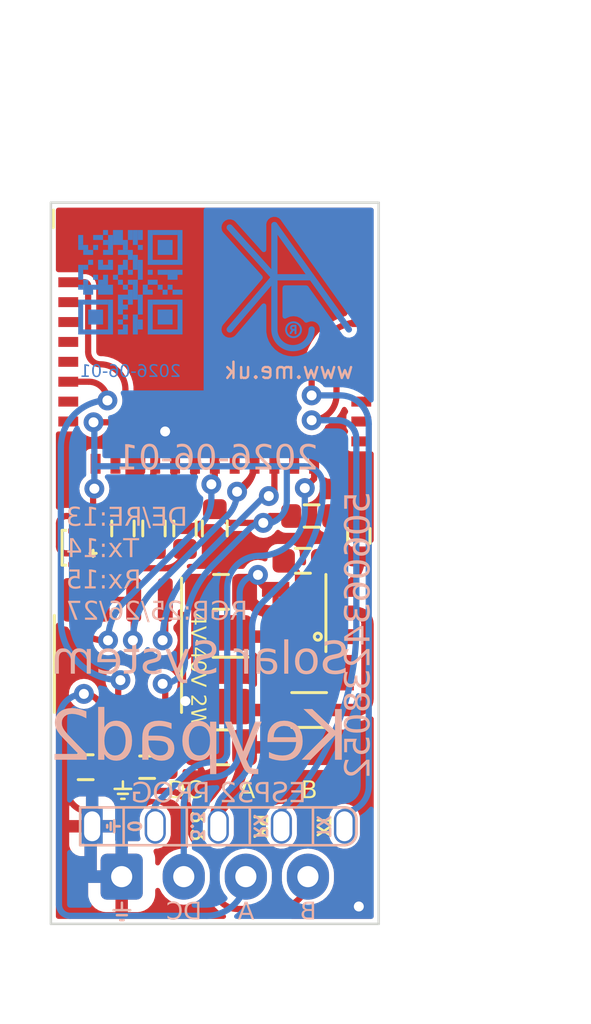
<source format=kicad_pcb>
(kicad_pcb (version 20221018) (generator pcbnew)
  (title_block (title "Generic ESP32 with GPIO") (rev "5") (company "Adrian Kennard Andrews & Arnold Ltd") (comment 1 "www.me.uk") (comment 2 "@TheRealRevK"))
  (layers (0 "F.Cu" signal) (31 "B.Cu" signal) (34 "B.Paste" user) (35 "F.Paste" user) (36 "B.SilkS" user "B.Silkscreen") (37 "F.SilkS" user "F.Silkscreen") (38 "B.Mask" user) (39 "F.Mask" user) (44 "Edge.Cuts" user))
  (net 0 "")
  (net 1 "GND")
  (net 2 "+3V3")
  (net 3 "GPIO0")
  (net 4 "O")
  (net 5 "I")
  (net 6 "Net-(U2-EN)")
  (net 7 "Net-(U3-FB)")
  (net 8 "Net-(J1-Pin_3)")
  (net 9 "Net-(J1-Pin_4)")
  (net 16 "+12V")
  (net 18 "G")
  (net 19 "R")
  (net 20 "B")
  (net 22 "TX")
  (net 23 "RX")
  (net 24 "DE")
  (net 39 "Net-(D2-BK)")
  (net 40 "Net-(D2-RK)")
  (net 41 "Net-(D2-GK)")
  (footprint "RevK:MHS190RGBCT" (layer "F.Cu") (at 162.2 107.875 90)
    (fp_text reference "D2" hide)
    (fp_text value "LED_BARG" hide)
    (pad "1" smd roundrect (at -0.675 -0.125 90) (size 0.25 0.75) (layers "F.Cu" "F.Paste" "F.Mask") (net 39 "Net-(D2-BK)"))
    (pad "2" smd roundrect (at -0.225 0 90) (size 0.25 0.5) (layers "F.Cu" "F.Paste" "F.Mask") (net 2 "+3V3"))
    (pad "3" smd roundrect (at 0.225 0 90) (size 0.25 0.5) (layers "F.Cu" "F.Paste" "F.Mask") (net 40 "Net-(D2-RK)"))
    (pad "4" smd roundrect (at 0.675 -0.125 90) (size 0.25 0.75) (layers "F.Cu" "F.Paste" "F.Mask") (net 41 "Net-(D2-GK)"))
  )
  (footprint "RevK:R_0603" (layer "F.Cu") (at 173.4 107.4 -90)
    (fp_text reference "R8" hide)
    (fp_text value "30k 1%")
    (pad "1" smd roundrect (at -0.825 0 270) (size 0.8 0.95) (layers "F.Cu" "F.Paste" "F.Mask") (net 1 "GND"))
    (pad "2" smd roundrect (at 0.825 0 270) (size 0.8 0.95) (layers "F.Cu" "F.Paste" "F.Mask") (net 7 "Net-(U3-FB)"))
  )
  (footprint "RevK:R_0603" (layer "F.Cu") (at 164.875 116.7 180)
    (fp_text reference "R1" hide)
    (fp_text value "10K")
    (pad "1" smd roundrect (at -0.825 0 180) (size 0.8 0.95) (layers "F.Cu" "F.Paste" "F.Mask") (net 2 "+3V3"))
    (pad "2" smd roundrect (at 0.825 0 180) (size 0.8 0.95) (layers "F.Cu" "F.Paste" "F.Mask") (net 6 "Net-(U2-EN)"))
  )
  (footprint "RevK:D_1206_" (layer "F.Cu") (at 168.23 112.78 -90)
    (fp_text reference "D1" hide)
    (fp_text value "Schottky")
  )
  (footprint "RevK:L_4x4_" (layer "F.Cu") (at 171.4 114.4 90)
    (fp_text reference "L1" hide)
    (fp_text value "6.8uH")
  )
  (footprint "RevK:R_0603" (layer "F.Cu") (at 166.4 107.1 90)
    (fp_text reference "R4" hide)
    (fp_text value "220R")
    (pad "1" smd roundrect (at -0.825 0 90) (size 0.8 0.95) (layers "F.Cu" "F.Paste" "F.Mask") (net 39 "Net-(D2-BK)"))
    (pad "2" smd roundrect (at 0.825 0 90) (size 0.8 0.95) (layers "F.Cu" "F.Paste" "F.Mask") (net 20 "B"))
  )
  (footprint "RevK:ESP32-PICO-MINI-02" (layer "F.Cu") (at 167.6 99.6)
    (fp_text reference "U2" hide)
    (fp_text value "ESP32-PICO-MINI-02")
    (pad "1" smd rect (at -5.9 -4) (size 0.8 0.4) (layers "F.Cu" "F.Paste" "F.Mask") (net 1 "GND"))
    (pad "2" smd rect (at -5.9 -3.2) (size 0.8 0.4) (layers "F.Cu" "F.Paste" "F.Mask") (net 1 "GND"))
    (pad "3" smd rect (at -5.9 -2.4) (size 0.8 0.4) (layers "F.Cu" "F.Paste" "F.Mask") (net 2 "+3V3"))
    (pad "4" smd rect (at -5.9 -1.6) (size 0.8 0.4) (layers "F.Cu" "F.Paste" "F.Mask"))
    (pad "5" smd rect (at -5.9 -0.8) (size 0.8 0.4) (layers "F.Cu" "F.Paste" "F.Mask"))
    (pad "6" smd rect (at -5.9 0) (size 0.8 0.4) (layers "F.Cu" "F.Paste" "F.Mask"))
    (pad "7" smd rect (at -5.9 0.8) (size 0.8 0.4) (layers "F.Cu" "F.Paste" "F.Mask"))
    (pad "8" smd rect (at -5.9 1.6) (size 0.8 0.4) (layers "F.Cu" "F.Paste" "F.Mask") (net 6 "Net-(U2-EN)"))
    (pad "9" smd rect (at -5.9 2.4) (size 0.8 0.4) (layers "F.Cu" "F.Paste" "F.Mask"))
    (pad "10" smd rect (at -5.9 3.2) (size 0.8 0.4) (layers "F.Cu" "F.Paste" "F.Mask"))
    (pad "11" smd rect (at -5.9 4) (size 0.8 0.4) (layers "F.Cu" "F.Paste" "F.Mask") (net 1 "GND"))
    (pad "12" smd rect (at -4.8 4.9) (size 0.4 0.8) (layers "F.Cu" "F.Paste" "F.Mask"))
    (pad "13" smd rect (at -4 4.9) (size 0.4 0.8) (layers "F.Cu" "F.Paste" "F.Mask"))
    (pad "14" smd rect (at -3.2 4.9) (size 0.4 0.8) (layers "F.Cu" "F.Paste" "F.Mask") (net 1 "GND"))
    (pad "15" smd rect (at -2.4 4.9) (size 0.4 0.8) (layers "F.Cu" "F.Paste" "F.Mask") (net 19 "R"))
    (pad "16" smd rect (at -1.6 4.9) (size 0.4 0.8) (layers "F.Cu" "F.Paste" "F.Mask") (net 18 "G"))
    (pad "17" smd rect (at -0.8 4.9) (size 0.4 0.8) (layers "F.Cu" "F.Paste" "F.Mask") (net 20 "B"))
    (pad "18" smd rect (at 0 4.9) (size 0.4 0.8) (layers "F.Cu" "F.Paste" "F.Mask") (net 22 "TX"))
    (pad "19" smd rect (at 0.8 4.9) (size 0.4 0.8) (layers "F.Cu" "F.Paste" "F.Mask"))
    (pad "20" smd rect (at 1.6 4.9) (size 0.4 0.8) (layers "F.Cu" "F.Paste" "F.Mask") (net 24 "DE"))
    (pad "21" smd rect (at 2.4 4.9) (size 0.4 0.8) (layers "F.Cu" "F.Paste" "F.Mask") (net 23 "RX"))
    (pad "22" smd rect (at 3.2 4.9) (size 0.4 0.8) (layers "F.Cu" "F.Paste" "F.Mask"))
    (pad "23" smd rect (at 4 4.9) (size 0.4 0.8) (layers "F.Cu" "F.Paste" "F.Mask") (net 3 "GPIO0"))
    (pad "24" smd rect (at 4.8 4.9) (size 0.4 0.8) (layers "F.Cu" "F.Paste" "F.Mask"))
    (pad "25" smd rect (at 5.9 4) (size 0.8 0.4) (layers "F.Cu" "F.Paste" "F.Mask"))
    (pad "26" smd rect (at 5.9 3.2) (size 0.8 0.4) (layers "F.Cu" "F.Paste" "F.Mask"))
    (pad "27" smd rect (at 5.9 2.4) (size 0.8 0.4) (layers "F.Cu" "F.Paste" "F.Mask"))
    (pad "28" smd rect (at 5.9 1.6) (size 0.8 0.4) (layers "F.Cu" "F.Paste" "F.Mask"))
    (pad "29" smd rect (at 5.9 0.8) (size 0.8 0.4) (layers "F.Cu" "F.Paste" "F.Mask"))
    (pad "30" smd rect (at 5.9 0) (size 0.8 0.4) (layers "F.Cu" "F.Paste" "F.Mask") (net 5 "I"))
    (pad "31" smd rect (at 5.9 -0.8) (size 0.8 0.4) (layers "F.Cu" "F.Paste" "F.Mask") (net 4 "O"))
    (pad "32" smd rect (at 5.9 -1.6) (size 0.8 0.4) (layers "F.Cu" "F.Paste" "F.Mask"))
    (pad "33" smd rect (at 5.9 -2.4) (size 0.8 0.4) (layers "F.Cu" "F.Paste" "F.Mask"))
    (pad "34" smd rect (at 5.9 -3.2) (size 0.8 0.4) (layers "F.Cu" "F.Paste" "F.Mask"))
    (pad "35" smd rect (at 5.9 -4) (size 0.8 0.4) (layers "F.Cu" "F.Paste" "F.Mask"))
    (pad "36" smd rect (at 4.8 -4.9) (size 0.4 0.8) (layers "F.Cu" "F.Paste" "F.Mask") (net 1 "GND"))
    (pad "37" smd rect (at 4 -4.9) (size 0.4 0.8) (layers "F.Cu" "F.Paste" "F.Mask") (net 1 "GND"))
    (pad "38" smd rect (at 3.2 -4.9) (size 0.4 0.8) (layers "F.Cu" "F.Paste" "F.Mask") (net 1 "GND"))
    (pad "39" smd rect (at 2.4 -4.9) (size 0.4 0.8) (layers "F.Cu" "F.Paste" "F.Mask") (net 1 "GND"))
    (pad "40" smd rect (at 1.6 -4.9) (size 0.4 0.8) (layers "F.Cu" "F.Paste" "F.Mask") (net 1 "GND"))
    (pad "41" smd rect (at 0.8 -4.9) (size 0.4 0.8) (layers "F.Cu" "F.Paste" "F.Mask") (net 1 "GND"))
    (pad "42" smd rect (at 0 -4.9) (size 0.4 0.8) (layers "F.Cu" "F.Paste" "F.Mask") (net 1 "GND"))
    (pad "43" smd rect (at -0.8 -4.9) (size 0.4 0.8) (layers "F.Cu" "F.Paste" "F.Mask") (net 1 "GND"))
    (pad "44" smd rect (at -1.6 -4.9) (size 0.4 0.8) (layers "F.Cu" "F.Paste" "F.Mask") (net 1 "GND"))
    (pad "45" smd rect (at -2.4 -4.9) (size 0.4 0.8) (layers "F.Cu" "F.Paste" "F.Mask") (net 1 "GND"))
    (pad "46" smd rect (at -3.2 -4.9) (size 0.4 0.8) (layers "F.Cu" "F.Paste" "F.Mask") (net 1 "GND"))
    (pad "47" smd rect (at -4 -4.9) (size 0.4 0.8) (layers "F.Cu" "F.Paste" "F.Mask") (net 1 "GND"))
    (pad "48" smd rect (at -4.8 -4.9) (size 0.4 0.8) (layers "F.Cu" "F.Paste" "F.Mask") (net 1 "GND"))
    (pad "49" smd roundrect (at -1.975 -1.975) (size 1.45 1.45) (layers "F.Cu" "F.Paste" "F.Mask") (roundrect_rratio 0) (chamfer_ratio 0.41) (chamfer top_left) (net 1 "GND"))
    (pad "49" smd rect (at -1.975 0) (size 1.45 1.45) (layers "F.Cu" "F.Paste" "F.Mask") (net 1 "GND"))
    (pad "49" smd rect (at -1.975 1.975) (size 1.45 1.45) (layers "F.Cu" "F.Paste" "F.Mask") (net 1 "GND"))
    (pad "49" smd rect (at 0 -1.975) (size 1.45 1.45) (layers "F.Cu" "F.Paste" "F.Mask") (net 1 "GND"))
    (pad "49" smd rect (at 0 0) (size 1.45 1.45) (layers "F.Cu" "F.Paste" "F.Mask") (net 1 "GND"))
    (pad "49" smd rect (at 0 1.975) (size 1.45 1.45) (layers "F.Cu" "F.Paste" "F.Mask") (net 1 "GND"))
    (pad "49" smd rect (at 1.975 -1.975) (size 1.45 1.45) (layers "F.Cu" "F.Paste" "F.Mask") (net 1 "GND"))
    (pad "49" smd rect (at 1.975 0) (size 1.45 1.45) (layers "F.Cu" "F.Paste" "F.Mask") (net 1 "GND"))
    (pad "49" smd rect (at 1.975 1.975) (size 1.45 1.45) (layers "F.Cu" "F.Paste" "F.Mask") (net 1 "GND"))
    (pad "50" smd rect (at 5.95 -4.95) (size 0.7 0.7) (layers "F.Cu" "F.Paste" "F.Mask") (net 1 "GND"))
    (pad "51" smd rect (at 5.95 4.95) (size 0.7 0.7) (layers "F.Cu" "F.Paste" "F.Mask") (net 1 "GND"))
    (pad "52" smd rect (at -5.95 4.95) (size 0.7 0.7) (layers "F.Cu" "F.Paste" "F.Mask") (net 1 "GND"))
    (pad "53" smd rect (at -5.95 -4.95) (size 0.7 0.7) (layers "F.Cu" "F.Paste" "F.Mask") (net 1 "GND"))
    (zone (net 0) (net_name "") (layer "F.Cu") (connect_pads (clearance 0)) (min_thickness 0.01)
      (keepout (tracks not_allowed) (vias not_allowed) (pads not_allowed) (copperpour not_allowed) (footprints allowed))
      (fill (thermal_gap 0.508) (thermal_bridge_width 0.508))
      (polygon (pts (xy 161 88.6) (xy 174.2 88.6) (xy 174.2 94) (xy 161 94)))
    )
    (zone (net 0) (net_name "") (layer "B.Cu") (connect_pads (clearance 0)) (min_thickness 0.01)
      (keepout (tracks not_allowed) (vias not_allowed) (pads not_allowed) (copperpour not_allowed) (footprints allowed))
      (fill (thermal_gap 0.508) (thermal_bridge_width 0.508))
      (polygon (pts (xy 161 88.6) (xy 174.2 88.6) (xy 174.2 94) (xy 161 94)))
    )
  )
  (footprint "RevK:Molex_MiniSPOX_H4V" (layer "F.Cu") (at 167.6 121.1)
    (fp_text reference "J1" hide)
    (fp_text value "Keypad")
    (pad "1" thru_hole roundrect (at -3.75 0) (size 1.7 1.85) (drill 0.85) (layers "*.Cu" "*.Mask") (roundrect_rratio 0.1470588235) (net 1 "GND"))
    (pad "2" thru_hole oval (at -1.25 0) (size 1.7 1.85) (drill 0.85) (layers "*.Cu" "*.Mask") (net 16 "+12V"))
    (pad "3" thru_hole oval (at 1.25 0) (size 1.7 1.85) (drill 0.85) (layers "*.Cu" "*.Mask") (net 8 "Net-(J1-Pin_3)"))
    (pad "4" thru_hole oval (at 3.75 0) (size 1.7 1.85) (drill 0.85) (layers "*.Cu" "*.Mask") (net 9 "Net-(J1-Pin_4)"))
  )
  (footprint "RevK:SOT-23-Thin-6-Reg" (layer "F.Cu") (at 171.4 110.5 -90)
    (fp_text reference "U3" hide)
    (fp_text value "LMR16006YDDCR")
    (fp_text user "4V-40V 2W" (at 2.3 4.5 -90 unlocked) (layer "F.SilkS") (effects (font (size 0.6 0.6) (thickness 0.125))))
    (pad "1" smd roundrect (at -2.1 -0.525) (size 0.9 0.95) (layers "F.Cu" "F.Paste" "F.Mask") (clearance 0.2))
    (pad "1" smd custom (at -0.8 -0.45 270) (size 2.6 0.25) (layers "F.Cu") (clearance 0.2) (options (clearance outline) (anchor rect)) (primitives (gr_arc (start 1.75 -0.45) (mid 1.618198 -0.131802) (end 1.3 0) (width 0.25))))
    (pad "1" smd rect (at 0.95 -1.35) (size 1.1 0.6) (layers "F.Cu" "F.Paste" "F.Mask") (clearance 0.2))
    (pad "2" smd custom (at -1.1 4.5 270) (size 0.1 0.1) (layers "F.Cu") (net 1 "GND") (clearance 0.2) (options (clearance outline) (anchor rect)) (primitives (gr_line (start 0 0) (end 6.6 0) (width 0.4999)) (gr_line (start 4.8625 0) (end 4.8625 -1.6) (width 0.4999)) (gr_line (start 5 -1.6) (end 5 -6.4) (width 0.4999)) (gr_arc (start 4.55 -6.85) (mid 4.868198 -6.718198) (end 5 -6.4) (width 0.4999)) (gr_line (start 4.55 -6.85) (end 1.55 -6.85) (width 0.4999)) (gr_arc (start 1.1 -6.4) (mid 1.231802 -6.718198) (end 1.55 -6.85) (width 0.4999)) (gr_line (start 1.1 -6.4) (end 1.1 -5.9) (width 0.4999))))
    (pad "2" smd roundrect (at -0.85 4.5 180) (size 1 1.45) (layers "F.Cu" "F.Paste" "F.Mask") (net 1 "GND"))
    (pad "2" smd rect (at 0 -1.35) (size 1.1 0.6) (layers "F.Cu" "F.Paste" "F.Mask") (net 1 "GND") (clearance 0.2))
    (pad "2" smd roundrect (at 3.7625 3.17 270) (size 1.425 1.75) (layers "F.Cu" "F.Paste" "F.Mask") (roundrect_rratio 0.175) (net 1 "GND") (clearance 0.2))
    (pad "2" smd roundrect (at 5.4 4.5 180) (size 1 1.45) (layers "F.Cu" "F.Paste" "F.Mask") (net 1 "GND"))
    (pad "3" smd rect (at -0.95 -1.35) (size 1.1 0.6) (layers "F.Cu" "F.Paste" "F.Mask") (net 7 "Net-(U3-FB)") (clearance 0.2))
    (pad "4" smd rect (at -0.95 1.35) (size 1.1 0.6) (layers "F.Cu" "F.Paste" "F.Mask") (net 16 "+12V") (clearance 0.2))
    (pad "5" smd custom (at -1.06 2.55 270) (size 0.1 0.1) (layers "F.Cu") (net 16 "+12V") (options (clearance outline) (anchor rect)) (primitives (gr_arc (start 1 -1) (mid 0.707723 -0.29351) (end 0.001745 -0.000002) (width 0.5))))
    (pad "5" smd roundrect (at -0.85 2.6 180) (size 1 1.45) (layers "F.Cu" "F.Paste" "F.Mask") (net 16 "+12V") (clearance 0.2))
    (pad "5" smd rect (at 0 1.35) (size 1.1 0.6) (layers "F.Cu" "F.Paste" "F.Mask") (net 16 "+12V") (clearance 0.2))
    (pad "6" smd roundrect (at -2.1 1.025) (size 0.9 0.95) (layers "F.Cu" "F.Paste" "F.Mask") (clearance 0.2))
    (pad "6" smd custom (at -0.475 0.45 270) (size 1.95 0.25) (layers "F.Cu") (clearance 0.2) (options (clearance outline) (anchor rect)) (primitives (gr_arc (start 0.975 0) (mid 1.293198 0.131802) (end 1.425 0.45) (width 0.25)) (gr_arc (start -1.425 0.45) (mid -1.293198 0.131802) (end -0.975 0) (width 0.25))))
    (pad "6" smd roundrect (at 0.7975 3.17 270) (size 1.425 1.75) (layers "F.Cu" "F.Paste" "F.Mask") (roundrect_rratio 0.175) (clearance 0.2))
    (pad "6" smd rect (at 0.95 1.35) (size 1.1 0.6) (layers "F.Cu" "F.Paste" "F.Mask") (clearance 0.2))
    (pad "6" smd rect (at 0.95 2.3) (size 2 0.5) (layers "F.Cu") (clearance 0.2))
    (pad "6" smd rect (at 1.9 1.35 270) (size 2 0.5) (layers "F.Cu") (clearance 0.2))
    (pad "6" smd rect (at 2.4 0.05) (size 3.7 1.425) (layers "F.Cu" "F.Mask") (clearance 0.2))
    (pad "7" smd rect (at 5.4 0.05) (size 3.7 1.425) (layers "F.Cu" "F.Mask") (net 2 "+3V3"))
    (pad "7" smd rect (at 5.4 0.8 270) (size 0.5 4) (layers "F.Cu") (net 2 "+3V3"))
    (pad "7" smd roundrect (at 5.4 2.6 180) (size 1 1.45) (layers "F.Cu" "F.Paste" "F.Mask") (net 2 "+3V3") (clearance 0.2))
  )
  (footprint "Package_SO:SO-8_3.9x4.9mm_P1.27mm" (layer "F.Cu") (at 163.7 112.546506 -90)
    (fp_text reference "U1" hide)
    (fp_text value "SP3485")
    (pad "1" smd roundrect (at -2.575 -1.905 270) (size 1.75 0.6) (layers "F.Cu" "F.Paste" "F.Mask") (net 23 "RX"))
    (pad "2" smd roundrect (at -2.575 -0.635 270) (size 1.75 0.6) (layers "F.Cu" "F.Paste" "F.Mask") (net 24 "DE"))
    (pad "3" smd roundrect (at -2.575 0.635 270) (size 1.75 0.6) (layers "F.Cu" "F.Paste" "F.Mask") (net 24 "DE"))
    (pad "4" smd roundrect (at -2.575 1.905 270) (size 1.75 0.6) (layers "F.Cu" "F.Paste" "F.Mask") (net 22 "TX"))
    (pad "5" smd roundrect (at 2.575 1.905 270) (size 1.75 0.6) (layers "F.Cu" "F.Paste" "F.Mask") (net 1 "GND"))
    (pad "6" smd roundrect (at 2.575 0.635 270) (size 1.75 0.6) (layers "F.Cu" "F.Paste" "F.Mask") (net 8 "Net-(J1-Pin_3)"))
    (pad "7" smd roundrect (at 2.575 -0.635 270) (size 1.75 0.6) (layers "F.Cu" "F.Paste" "F.Mask") (net 9 "Net-(J1-Pin_4)"))
    (pad "8" smd roundrect (at 2.575 -1.905 270) (size 1.75 0.6) (layers "F.Cu" "F.Paste" "F.Mask") (net 2 "+3V3"))
  )
  (footprint "RevK:C_0805_" (layer "F.Cu") (at 167.85 109.65)
    (fp_text reference "C3" hide)
    (fp_text value "2.2uF")
  )
  (footprint "RevK:C_0805_" (layer "F.Cu") (at 167.85 115.9)
    (fp_text reference "C4" hide)
    (fp_text value "10uF")
  )
  (footprint "RevK:R_0603" (layer "F.Cu") (at 171.5 106.6)
    (fp_text reference "R7" hide)
    (fp_text value "100k 1%")
    (pad "1" smd roundrect (at -0.825 0) (size 0.8 0.95) (layers "F.Cu" "F.Paste" "F.Mask") (net 2 "+3V3"))
    (pad "2" smd roundrect (at 0.825 0) (size 0.8 0.95) (layers "F.Cu" "F.Paste" "F.Mask") (net 7 "Net-(U3-FB)"))
  )
  (footprint "RevK:R_0603" (layer "F.Cu") (at 165.15 107.1 90)
    (fp_text reference "R3" hide)
    (fp_text value "2K")
    (pad "1" smd roundrect (at -0.825 0 90) (size 0.8 0.95) (layers "F.Cu" "F.Paste" "F.Mask") (net 41 "Net-(D2-GK)"))
    (pad "2" smd roundrect (at 0.825 0 90) (size 0.8 0.95) (layers "F.Cu" "F.Paste" "F.Mask") (net 18 "G"))
  )
  (footprint "RevK:C_0603_" (layer "F.Cu") (at 171.15 108.4)
    (fp_text reference "C2" hide)
    (fp_text value "100nF")
  )
  (footprint "RevK:C_0603" (layer "F.Cu") (at 162.4 116.7)
    (fp_text reference "C1" hide)
    (fp_text value "1uF")
    (pad "1" smd roundrect (at -0.775 0) (size 0.8 0.95) (layers "F.Cu" "F.Paste" "F.Mask") (net 1 "GND"))
    (pad "2" smd roundrect (at 0.775 0) (size 0.8 0.95) (layers "F.Cu" "F.Paste" "F.Mask") (net 6 "Net-(U2-EN)"))
  )
  (footprint "RevK:R_0603" (layer "F.Cu") (at 163.9 107.1 90)
    (fp_text reference "R2" hide)
    (fp_text value "680R")
    (pad "1" smd roundrect (at -0.825 0 90) (size 0.8 0.95) (layers "F.Cu" "F.Paste" "F.Mask") (net 40 "Net-(D2-RK)"))
    (pad "2" smd roundrect (at 0.825 0 90) (size 0.8 0.95) (layers "F.Cu" "F.Paste" "F.Mask") (net 19 "R"))
  )
  (footprint "RevK:C_0603" (layer "F.Cu") (at 167.6 107.1 -90)
    (fp_text reference "C5" hide)
    (fp_text value "100nF")
    (pad "1" smd roundrect (at -0.775 0 270) (size 0.8 0.95) (layers "F.Cu" "F.Paste" "F.Mask") (net 2 "+3V3"))
    (pad "2" smd roundrect (at 0.775 0 270) (size 0.8 0.95) (layers "F.Cu" "F.Paste" "F.Mask") (net 1 "GND"))
  )
  (footprint "RevK:AJK" (layer "B.Cu") (at 170 97 180)
    (fp_text reference "Logo1" hide)
    (fp_text value "AJK" hide)
    (fp_text user "www.me.uk" (at -0.58 -3.75 unlocked) (layer "B.SilkS") (effects (font (size 0.65 0.65) (thickness 0.1)) (justify mirror)))
    (fp_line (start -0.85 -2.11) (end -0.75 -2.11) (stroke (width 0.08)) (layer "B.Cu"))
    (fp_line (start -0.85 -1.95) (end -0.85 -2.25) (stroke (width 0.08)) (layer "B.Cu"))
    (fp_line (start -0.85 -1.95) (end -0.75 -1.95) (stroke (width 0.08)) (layer "B.Cu"))
    (fp_line (start -0.75 -2.11) (end -0.65 -2.25) (stroke (width 0.08)) (layer "B.Cu"))
    (fp_line (start 0 0) (end -1.5 0) (stroke (width 0.25)) (layer "B.Cu"))
    (fp_line (start 0 0) (end 1.8 -2.1) (stroke (width 0.25)) (layer "B.Cu"))
    (fp_line (start 0 2.1) (end -3 -2.1) (stroke (width 0.25)) (layer "B.Cu"))
    (fp_line (start 0 2.1) (end 0 -2.1) (stroke (width 0.25)) (layer "B.Cu"))
    (fp_line (start 1.8 2) (end 0 0) (stroke (width 0.25)) (layer "B.Cu"))
    (fp_arc (start -1.5 -2.1) (mid -0.75 -2.85) (end 0 -2.1) (stroke (width 0.25)) (layer "B.Cu"))
    (fp_arc (start -0.75 -2.11) (mid -0.67 -2.03) (end -0.75 -1.95) (stroke (width 0.08)) (layer "B.Cu"))
    (fp_circle (center -0.77 -2.11) (end -0.47 -2.11) (stroke (width 0.08)) (fill none) (layer "B.Cu"))
  )
  (footprint "RevK:QR-SS" (layer "B.Cu") (at 164.2 97.2 180)
    (fp_text reference "U4" hide)
    (fp_text value "QR" hide)
    (fp_text user "${CURRENT_DATE}" (at 0 -3.6) (layer "B.Cu") (effects (font (size 0.5 0.5) (thickness 0.1)) (justify mirror)))
    (pad "-" smd rect (at -2 -1.3 180) (size 0.2 1.2) (layers "B.Cu") (clearance 0.2))
    (pad "-" smd rect (at -2 0.4 180) (size 0.2 0.2) (layers "B.Cu") (clearance 0.2))
    (pad "-" smd rect (at -2 1.5 180) (size 0.2 1.2) (layers "B.Cu") (clearance 0.2))
    (pad "-" smd rect (at -1.9 -0.4 180) (size 0.4 0.2) (layers "B.Cu") (clearance 0.2))
    (pad "-" smd rect (at -1.7 0.3 180) (size 0.4 0.4) (layers "B.Cu") (clearance 0.2))
    (pad "-" smd rect (at -1.6 -0.2 180) (size 0.2 0.2) (layers "B.Cu") (clearance 0.2))
    (pad "-" smd rect (at -1.4 -2 180) (size 1.4 0.2) (layers "B.Cu") (clearance 0.2))
    (pad "-" smd rect (at -1.4 -1.4 180) (size 0.6 0.6) (layers "B.Cu") (clearance 0.2))
    (pad "-" smd rect (at -1.4 -0.8 180) (size 1 0.2) (layers "B.Cu") (clearance 0.2))
    (pad "-" smd rect (at -1.4 -0.4 180) (size 0.2 0.2) (layers "B.Cu") (clearance 0.2))
    (pad "-" smd rect (at -1.4 0.8 180) (size 1.4 0.2) (layers "B.Cu") (clearance 0.2))
    (pad "-" smd rect (at -1.4 1.4 180) (size 0.6 0.6) (layers "B.Cu") (clearance 0.2))
    (pad "-" smd rect (at -1.4 2 180) (size 1 0.2) (layers "B.Cu") (clearance 0.2))
    (pad "-" smd rect (at -1.3 0.4 180) (size 0.4 0.2) (layers "B.Cu") (clearance 0.2))
    (pad "-" smd rect (at -1.2 -0.2 180) (size 0.2 0.2) (layers "B.Cu") (clearance 0.2))
    (pad "-" smd rect (at -0.9 0 180) (size 0.4 0.2) (layers "B.Cu") (clearance 0.2))
    (pad "-" smd rect (at -0.8 -1.3 180) (size 0.2 1.2) (layers "B.Cu") (clearance 0.2))
    (pad "-" smd rect (at -0.8 0.4 180) (size 0.2 0.2) (layers "B.Cu") (clearance 0.2))
    (pad "-" smd rect (at -0.8 1.5 180) (size 0.2 1.2) (layers "B.Cu") (clearance 0.2))
    (pad "-" smd rect (at -0.7 -0.4 180) (size 0.4 0.2) (layers "B.Cu") (clearance 0.2))
    (pad "-" smd rect (at -0.6 -0.2 180) (size 0.2 0.2) (layers "B.Cu") (clearance 0.2))
    (pad "-" smd rect (at -0.4 -1.7 180) (size 0.2 0.4) (layers "B.Cu") (clearance 0.2))
    (pad "-" smd rect (at -0.4 -0.9 180) (size 0.2 0.8) (layers "B.Cu") (clearance 0.2))
    (pad "-" smd rect (at -0.4 0.5 180) (size 0.2 0.8) (layers "B.Cu") (clearance 0.2))
    (pad "-" smd rect (at -0.4 1.4 180) (size 0.2 0.2) (layers "B.Cu") (clearance 0.2))
    (pad "-" smd rect (at -0.4 1.9 180) (size 0.2 0.4) (layers "B.Cu") (clearance 0.2))
    (pad "-" smd rect (at -0.2 -1.7 180) (size 0.2 0.8) (layers "B.Cu") (clearance 0.2))
    (pad "-" smd rect (at -0.2 -0.3 180) (size 0.2 0.8) (layers "B.Cu") (clearance 0.2))
    (pad "-" smd rect (at -0.2 0.8 180) (size 0.2 0.6) (layers "B.Cu") (clearance 0.2))
    (pad "-" smd rect (at -0.2 1.8 180) (size 0.2 0.6) (layers "B.Cu") (clearance 0.2))
    (pad "-" smd rect (at 0 -0.6 180) (size 0.2 0.6) (layers "B.Cu") (clearance 0.2))
    (pad "-" smd rect (at 0 0 180) (size 0.2 0.2) (layers "B.Cu") (clearance 0.2))
    (pad "-" smd rect (at 0 0.4 180) (size 0.2 0.2) (layers "B.Cu") (clearance 0.2))
    (pad "-" smd rect (at 0 1.1 180) (size 0.2 0.4) (layers "B.Cu") (clearance 0.2))
    (pad "-" smd rect (at 0 1.9 180) (size 0.2 0.4) (layers "B.Cu") (clearance 0.2))
    (pad "-" smd rect (at 0.2 -1.8 180) (size 0.2 0.2) (layers "B.Cu") (clearance 0.2))
    (pad "-" smd rect (at 0.2 -1.4 180) (size 0.2 0.2) (layers "B.Cu") (clearance 0.2))
    (pad "-" smd rect (at 0.2 -1 180) (size 0.2 0.2) (layers "B.Cu") (clearance 0.2))
    (pad "-" smd rect (at 0.2 -0.6 180) (size 0.2 0.2) (layers "B.Cu") (clearance 0.2))
    (pad "-" smd rect (at 0.2 -0.2 180) (size 0.2 0.2) (layers "B.Cu") (clearance 0.2))
    (pad "-" smd rect (at 0.2 0.7 180) (size 0.2 0.4) (layers "B.Cu") (clearance 0.2))
    (pad "-" smd rect (at 0.2 1.5 180) (size 0.2 0.4) (layers "B.Cu") (clearance 0.2))
    (pad "-" smd rect (at 0.3 -2 180) (size 0.4 0.2) (layers "B.Cu") (clearance 0.2))
    (pad "-" smd rect (at 0.3 1.2 180) (size 0.4 0.2) (layers "B.Cu") (clearance 0.2))
    (pad "-" smd rect (at 0.4 -1.6 180) (size 0.2 0.2) (layers "B.Cu") (clearance 0.2))
    (pad "-" smd rect (at 0.4 -0.9 180) (size 0.2 0.8) (layers "B.Cu") (clearance 0.2))
    (pad "-" smd rect (at 0.4 0 180) (size 0.2 0.2) (layers "B.Cu") (clearance 0.2))
    (pad "-" smd rect (at 0.4 0.5 180) (size 0.2 0.4) (layers "B.Cu") (clearance 0.2))
    (pad "-" smd rect (at 0.5 1.8 180) (size 0.4 0.6) (layers "B.Cu") (clearance 0.2))
    (pad "-" smd rect (at 0.6 0.2 180) (size 0.2 0.2) (layers "B.Cu") (clearance 0.2))
    (pad "-" smd rect (at 0.8 -1.3 180) (size 0.2 1.2) (layers "B.Cu") (clearance 0.2))
    (pad "-" smd rect (at 0.8 0.8 180) (size 0.2 0.2) (layers "B.Cu") (clearance 0.2))
    (pad "-" smd rect (at 0.8 1.6 180) (size 0.2 0.6) (layers "B.Cu") (clearance 0.2))
    (pad "-" smd rect (at 0.9 1.2 180) (size 0.4 0.2) (layers "B.Cu") (clearance 0.2))
    (pad "-" smd rect (at 1 -0.3 180) (size 0.6 0.4) (layers "B.Cu") (clearance 0.2))
    (pad "-" smd rect (at 1 0.2 180) (size 0.2 0.2) (layers "B.Cu") (clearance 0.2))
    (pad "-" smd rect (at 1 0.6 180) (size 0.6 0.2) (layers "B.Cu") (clearance 0.2))
    (pad "-" smd rect (at 1 1.6 180) (size 0.2 0.2) (layers "B.Cu") (clearance 0.2))
    (pad "-" smd rect (at 1 2 180) (size 0.2 0.2) (layers "B.Cu") (clearance 0.2))
    (pad "-" smd rect (at 1.1 0 180) (size 0.4 0.2) (layers "B.Cu") (clearance 0.2))
    (pad "-" smd rect (at 1.2 0.8 180) (size 0.2 0.2) (layers "B.Cu") (clearance 0.2))
    (pad "-" smd rect (at 1.3 1.8 180) (size 0.4 0.2) (layers "B.Cu") (clearance 0.2))
    (pad "-" smd rect (at 1.4 -2 180) (size 1.4 0.2) (layers "B.Cu") (clearance 0.2))
    (pad "-" smd rect (at 1.4 -1.4 180) (size 0.6 0.6) (layers "B.Cu") (clearance 0.2))
    (pad "-" smd rect (at 1.4 -0.8 180) (size 1 0.2) (layers "B.Cu") (clearance 0.2))
    (pad "-" smd rect (at 1.4 -0.2 180) (size 0.2 0.2) (layers "B.Cu") (clearance 0.2))
    (pad "-" smd rect (at 1.4 0.2 180) (size 0.2 0.2) (layers "B.Cu") (clearance 0.2))
    (pad "-" smd rect (at 1.4 1.4 180) (size 0.2 0.2) (layers "B.Cu") (clearance 0.2))
    (pad "-" smd rect (at 1.6 0.8 180) (size 0.2 0.2) (layers "B.Cu") (clearance 0.2))
    (pad "-" smd rect (at 1.7 -0.3 180) (size 0.4 0.4) (layers "B.Cu") (clearance 0.2))
    (pad "-" smd rect (at 1.7 1.2 180) (size 0.4 0.2) (layers "B.Cu") (clearance 0.2))
    (pad "-" smd rect (at 1.8 0 180) (size 0.2 0.2) (layers "B.Cu") (clearance 0.2))
    (pad "-" smd rect (at 1.8 0.6 180) (size 0.2 0.2) (layers "B.Cu") (clearance 0.2))
    (pad "-" smd rect (at 1.9 1.4 180) (size 0.4 0.2) (layers "B.Cu") (clearance 0.2))
    (pad "-" smd rect (at 2 -1.3 180) (size 0.2 1.2) (layers "B.Cu") (clearance 0.2))
    (pad "-" smd rect (at 2 -0.2 180) (size 0.2 0.2) (layers "B.Cu") (clearance 0.2))
    (pad "-" smd rect (at 2 0.4 180) (size 0.2 0.6) (layers "B.Cu") (clearance 0.2))
    (pad "-" smd rect (at 2 1.7 180) (size 0.2 0.4) (layers "B.Cu") (clearance 0.2))
    (zone (net 0) (net_name "") (layer "B.Cu") (connect_pads (clearance 0)) (min_thickness 0.254)
      (keepout (tracks not_allowed) (vias not_allowed) (pads allowed) (copperpour not_allowed) (footprints not_allowed))
      (fill (thermal_gap 0.508) (thermal_bridge_width 0.508))
      (polygon (pts (xy 161.25 101.55) (xy 167.15 101.55) (xy 167.15 94.25) (xy 161.25 94.25)))
    )
  )
  (footprint "RevK:Shelly" (layer "B.Cu") (at 167.7416 119.0752 180)
    (fp_text reference "J2" hide)
    (fp_text value "Shelly" hide)
    (fp_text user "⏚" (at 4.25 0 270 unlocked) (layer "B.SilkS") (effects (font (size 0.5 0.5) (thickness 0.1) bold) (justify mirror)))
    (fp_text user "0" (at 3.39 0 270 unlocked) (layer "B.SilkS") (effects (font (size 0.5 0.5) (thickness 0.1) bold) (justify mirror)))
    (fp_text user "RX" (at -1.69 0 270 unlocked) (layer "B.SilkS") (effects (font (size 0.5 0.5) (thickness 0.1) bold) (justify mirror)))
    (fp_text user "3.3" (at 0.85 0 270 unlocked) (layer "B.SilkS") (effects (font (size 0.5 0.5) (thickness 0.1) bold) (justify mirror)))
    (fp_text user "TX" (at -4.23 0 270 unlocked) (layer "B.SilkS") (effects (font (size 0.5 0.5) (thickness 0.1) bold) (justify mirror)))
    (fp_text user "ESP32 PROG" (at -0.01 1.3 unlocked) (layer "B.SilkS") (effects (font (size 0.8 0.8) (thickness 0.1)) (justify mirror)))
    (fp_text user "3.3" (at 0.85 0 270 unlocked) (layer "F.SilkS") (effects (font (size 0.5 0.5) (thickness 0.1) bold)))
    (fp_text user "⏚" (at 4.25 0 270 unlocked) (layer "F.SilkS") (effects (font (size 0.5 0.5) (thickness 0.1) bold)))
    (fp_text user "0" (at 3.39 0 270 unlocked) (layer "F.SilkS") (effects (font (size 0.5 0.5) (thickness 0.1) bold)))
    (fp_text user "TX" (at -4.23 0 270 unlocked) (layer "F.SilkS") (effects (font (size 0.5 0.5) (thickness 0.1) bold)))
    (fp_text user "RX" (at -1.69 0 270 unlocked) (layer "F.SilkS") (effects (font (size 0.5 0.5) (thickness 0.1) bold)))
    (pad "1" thru_hole rect (at 5.08 0 270) (size 1.4 0.85) (drill oval 1.2 0.65) (layers "*.Cu" "*.Mask") (net 1 "GND"))
    (pad "2" thru_hole oval (at 2.54 0 270) (size 1.4 0.85) (drill oval 1.2 0.65) (layers "*.Cu" "*.Mask") (net 3 "GPIO0"))
    (pad "3" thru_hole oval (at 0 0 270) (size 1.4 0.85) (drill oval 1.2 0.65) (layers "*.Cu" "*.Mask") (net 2 "+3V3"))
    (pad "4" thru_hole oval (at -2.54 0 270) (size 1.4 0.85) (drill oval 1.2 0.65) (layers "*.Cu" "*.Mask") (net 5 "I"))
    (pad "5" thru_hole oval (at -5.08 0 270) (size 1.4 0.85) (drill oval 1.2 0.65) (layers "*.Cu" "*.Mask") (net 4 "O"))
  )
  (gr_line (start 161 94) (end 161 123) (stroke (width 0.1)) (layer "Edge.Cuts"))
  (gr_line (start 161 123) (end 174.2 123) (stroke (width 0.1)) (layer "Edge.Cuts"))
  (gr_line (start 174.2 94) (end 161 94) (stroke (width 0.1)) (layer "Edge.Cuts"))
  (gr_line (start 174.2 123) (end 174.2 94) (stroke (width 0.1)) (layer "Edge.Cuts"))
  (gr_text "DE/RE:13\nTx:14\nRx:15\nRGB:25/26/27" (at 161.6 110.9) (layer "B.SilkS") (effects (font (size 0.75 0.75) (thickness 0.1)) (justify right bottom mirror)))
  (gr_text "A" (at 168.8592 122.5296) (layer "B.SilkS") (effects (font (size 0.7 0.7) (thickness 0.08)) (justify mirror)))
  (gr_text "5060634238052" (at 174 111.4 90) (layer "B.SilkS") (effects (font (size 1 1)) (justify bottom mirror)))
  (gr_text "${CURRENT_DATE}" (at 167.7 104.9) (layer "B.SilkS") (effects (font (size 1 1)) (justify bottom mirror)))
  (gr_text "Keypad2" (at 166.9288 115.57) (layer "B.SilkS") (effects (font (size 2 2)) (justify mirror)))
  (gr_text "⏚" (at 163.8592 122.5296) (layer "B.SilkS") (effects (font (size 0.7 0.7) (thickness 0.1)) (justify mirror)))
  (gr_text "Solar System" (at 167 112.4) (layer "B.SilkS") (effects (font (size 1.3 1.3)) (justify mirror)))
  (gr_text "DC" (at 166.3592 122.5296) (layer "B.SilkS") (effects (font (size 0.7 0.7) (thickness 0.08)) (justify mirror)))
  (gr_text "B" (at 171.3592 122.5296) (layer "B.SilkS") (effects (font (size 0.7 0.7) (thickness 0.08)) (justify mirror)))
  (gr_text "DC" (at 166.3992 117.6528) (layer "F.SilkS") (effects (font (size 0.7 0.7) (thickness 0.08))))
  (gr_text "⏚" (at 163.8992 117.6528) (layer "F.SilkS") (effects (font (size 0.7 0.7) (thickness 0.1))))
  (gr_text "B" (at 171.3992 117.6528) (layer "F.SilkS") (effects (font (size 0.7 0.7) (thickness 0.08))))
  (gr_text "A" (at 168.8992 117.6528) (layer "F.SilkS") (effects (font (size 0.7 0.7) (thickness 0.08))))
  (segment (start 165.65 99.6) (end 165.65 97.65) (width 0.25) (layer "F.Cu") (net 1))
  (segment (start 161.7 103.6) (end 165.2 103.6) (width 0.25) (layer "F.Cu") (net 1))
  (segment (start 167.6 108.899) (end 167.6 107.875) (width 0.25) (layer "F.Cu") (net 1))
  (segment (start 167.6 97.65) (end 165.65 97.65) (width 0.25) (layer "F.Cu") (net 1))
  (segment (start 166.849 109.65) (end 167.6 108.899) (width 0.25) (layer "F.Cu") (net 1))
  (segment (start 162.6 121.1) (end 163.85 121.1) (width 0.5) (layer "F.Cu") (net 1))
  (segment (start 161.625 116.8) (end 161.625 117.525) (width 0.25) (layer "F.Cu") (net 1))
  (segment (start 166.849 109.65) (end 166.849 111.451) (width 0.25) (layer "F.Cu") (net 1))
  (segment (start 162.6 118.7) (end 162.6 121.1) (width 0.5) (layer "F.Cu") (net 1))
  (segment (start 168.23 114.2625) (end 168.23 113.40619) (width 0.5) (layer "F.Cu") (net 1))
  (segment (start 166.9 115.9) (end 166.9 116.144935) (width 0.25) (layer "F.Cu") (net 1))
  (via (at 173.4 122.3) (size 0.8) (drill 0.4) (layers "F.Cu" "B.Cu") (net 1))
  (via (at 166.415256 114.041804) (size 0.8) (drill 0.4) (layers "F.Cu" "B.Cu") (net 1))
  (via (at 165.6 103.2) (size 0.8) (drill 0.4) (layers "F.Cu" "B.Cu") (net 1))
  (arc (start 165.2 103.6) (mid 165.482843 103.482843) (end 165.6 103.2) (width 0.25) (layer "F.Cu") (net 1))
  (arc (start 166.9 116.144935) (mid 167.013104 116.713551) (end 167.3352 117.1956) (width 0.25) (layer "F.Cu") (net 1))
  (arc (start 166.849 111.451) (mid 166.541755 112.192755) (end 165.8 112.5) (width 0.25) (layer "F.Cu") (net 1))
  (arc (start 161.625 117.525) (mid 161.910571 118.214429) (end 162.6 118.5) (width 0.25) (layer "F.Cu") (net 1))
  (arc (start 168.23 113.40619) (mid 168.144236 112.975024) (end 167.9 112.6095) (width 0.5) (layer "F.Cu") (net 1))
  (segment (start 162.6 118.5) (end 162.6 121.1) (width 0.5) (layer "B.Cu") (net 1))
  (segment (start 162.6 121.1) (end 163.85 121.1) (width 0.5) (layer "B.Cu") (net 1))
  (segment (start 169.827891 106.6) (end 169.552391 106.8755) (width 0.25) (layer "F.Cu") (net 2))
  (segment (start 167.753482 118.426518) (end 167.68 118.5) (width 0.5) (layer "F.Cu") (net 2))
  (segment (start 162.7 105.55) (end 162.7 106.4) (width 0.25) (layer "F.Cu") (net 2))
  (segment (start 162.5 106.6) (end 161.625 106.6) (width 0.25) (layer "F.Cu") (net 2))
  (segment (start 161.6 108.1) (end 162.2 108.1) (width 0.25) (layer "F.Cu") (net 2))
  (segment (start 161.325 106.9) (end 161.325 107.825) (width 0.25) (layer "F.Cu") (net 2))
  (segment (start 170.725 106.6) (end 169.827891 106.6) (width 0.25) (layer "F.Cu") (net 2))
  (segment (start 162.716425 102.83122) (end 163.56878 102.83122) (width 0.25) (layer "F.Cu") (net 2))
  (segment (start 168.1505 106.8755) (end 169.552391 106.8755) (width 0.25) (layer "F.Cu") (net 2))
  (segment (start 165.605 113.599998) (end 165.605 115.121506) (width 0.25) (layer "F.Cu") (net 2))
  (segment (start 162.5 97.35) (end 162.5 100) (width 0.25) (layer "F.Cu") (net 2))
  (segment (start 167.6 106.325) (end 168.1505 106.8755) (width 0.25) (layer "F.Cu") (net 2))
  (segment (start 164 101.5) (end 164 102.4) (width 0.25) (layer "F.Cu") (net 2))
  (segment (start 161.7 97.2) (end 162.35 97.2) (width 0.25) (layer "F.Cu") (net 2))
  (segment (start 165.605 115.121506) (end 165.605 116.705) (width 0.25) (layer "F.Cu") (net 2))
  (via (at 162.75 105.5) (size 0.8) (drill 0.4) (layers "F.Cu" "B.Cu") (net 2))
  (via (at 162.716425 102.83122) (size 0.8) (drill 0.4) (layers "F.Cu" "B.Cu") (net 2))
  (via (at 169.552391 106.8755) (size 0.8) (drill 0.4) (layers "F.Cu" "B.Cu") (net 2))
  (via (at 165.5 113.346506) (size 0.8) (drill 0.4) (layers "F.Cu" "B.Cu") (net 2))
  (arc (start 168.8 115.9) (mid 168.528019 117.267342) (end 167.753482 118.426518) (width 0.5) (layer "F.Cu") (net 2))
  (arc (start 162.7 106.4) (mid 162.641421 106.541421) (end 162.5 106.6) (width 0.25) (layer "F.Cu") (net 2))
  (arc (start 163.56878 102.83122) (mid 163.873699 102.704919) (end 164 102.4) (width 0.25) (layer "F.Cu") (net 2))
  (arc (start 162.5 100) (mid 162.646447 100.353553) (end 163 100.5) (width 0.25) (layer "F.Cu") (net 2))
  (arc (start 163 100.5) (mid 163.707107 100.792893) (end 164 101.5) (width 0.25) (layer "F.Cu") (net 2))
  (arc (start 161.625 106.6) (mid 161.412868 106.687868) (end 161.325 106.9) (width 0.25) (layer "F.Cu") (net 2))
  (arc (start 165.5 113.346506) (mid 165.577711 113.462809) (end 165.605 113.599998) (width 0.25) (layer "F.Cu") (net 2))
  (arc (start 161.325 107.825) (mid 161.405546 108.019454) (end 161.6 108.1) (width 0.25) (layer "F.Cu") (net 2))
  (arc (start 162.75 105.5) (mid 162.714645 105.514645) (end 162.7 105.55) (width 0.25) (layer "F.Cu") (net 2))
  (arc (start 162.35 97.2) (mid 162.456066 97.243934) (end 162.5 97.35) (width 0.25) (layer "F.Cu") (net 2))
  (arc (start 164 102.4) (mid 163.882843 102.682843) (end 163.6 102.8) (width 0.25) (layer "F.Cu") (net 2))
  (segment (start 167.948701 117.8513) (end 168.6 117.2) (width 0.25) (layer "B.Cu") (net 2))
  (segment (start 168.992646 107.107354) (end 167.531372 108.568628) (width 0.25) (layer "B.Cu") (net 2))
  (segment (start 171.949001 105.349001) (end 171.949001 105.550999) (width 0.25) (layer "B.Cu") (net 2))
  (segment (start 169.835155 106.886578) (end 169.563469 106.886578) (width 0.25) (layer "B.Cu") (net 2))
  (segment (start 162.75 105.5) (end 162.75 102.864795) (width 0.25) (layer "B.Cu") (net 2))
  (segment (start 169.563469 106.886578) (end 169.552391 106.8755) (width 0.25) (layer "B.Cu") (net 2))
  (segment (start 168.6 117.2) (end 168.605025 117.194975) (width 0.25) (layer "B.Cu") (net 2))
  (segment (start 166.4 111.3) (end 166.4 112.446506) (width 0.25) (layer "B.Cu") (net 2))
  (segment (start 170.464077 109.135923) (end 169.524264 110.075736) (width 0.25) (layer "B.Cu") (net 2))
  (segment (start 170.5 104.688398) (end 170.5 105.986671) (width 0.25) (layer "B.Cu") (net 2))
  (segment (start 169.1 111.1) (end 169.1 116) (width 0.25) (layer "B.Cu") (net 2))
  (segment (start 162.75 104.6) (end 171.2 104.6) (width 0.25) (layer "B.Cu") (net 2))
  (segment (start 162.75 102.864795) (end 162.716425 102.83122) (width 0.25) (layer "B.Cu") (net 2))
  (arc (start 167.531372 108.568628) (mid 166.694034 109.821792) (end 166.4 111.3) (width 0.25) (layer "B.Cu") (net 2))
  (arc (start 171.2 104.6) (mid 171.729624 104.819377) (end 171.949001 105.349001) (width 0.25) (layer "B.Cu") (net 2))
  (arc (start 166.4 112.446506) (mid 166.136396 113.082902) (end 165.5 113.346506) (width 0.25) (layer "B.Cu") (net 2))
  (arc (start 171.949001 105.550999) (mid 171.563082 107.491146) (end 170.464077 109.135923) (width 0.25) (layer "B.Cu") (net 2))
  (arc (start 169.552391 106.8755) (mid 169.249459 106.935757) (end 168.992646 107.107354) (width 0.25) (layer "B.Cu") (net 2))
  (arc (start 170.5 105.986671) (mid 170.315442 106.545335) (end 169.835155 106.886578) (width 0.25) (layer "B.Cu") (net 2))
  (arc (start 169.524264 110.075736) (mid 169.210263 110.545672) (end 169.1 111.1) (width 0.25) (layer "B.Cu") (net 2))
  (arc (start 168.605025 117.194975) (mid 168.97136 116.646716) (end 169.1 116) (width 0.25) (layer "B.Cu") (net 2))
  (arc (start 167.68 118.5) (mid 167.749833 118.148926) (end 167.948701 117.8513) (width 0.25) (layer "B.Cu") (net 2))
  (segment (start 171.6 105.101383) (end 171.2245 105.476883) (width 0.25) (layer "F.Cu") (net 3))
  (segment (start 171.6 104.5) (end 171.6 105.101383) (width 0.25) (layer "F.Cu") (net 3))
  (via (at 171.2245 105.476883) (size 0.8) (drill 0.4) (layers "F.Cu" "B.Cu") (net 3))
  (segment (start 166.4 117) (end 166.475735 116.924265) (width 0.25) (layer "B.Cu") (net 3))
  (segment (start 167.7 116.5) (end 167.5 116.5) (width 0.25) (layer "B.Cu") (net 3))
  (segment (start 165.309706 118.090295) (end 166.4 117) (width 0.25) (layer "B.Cu") (net 3))
  (segment (start 171.2245 105.476883) (end 171.2245 106.3755) (width 0.25) (layer "B.Cu") (net 3))
  (segment (start 168.1 109.5) (end 168.1 116.1) (width 0.25) (layer "B.Cu") (net 3))
  (arc (start 165.14 118.5) (mid 165.184105 118.278269) (end 165.309706 118.090295) (width 0.25) (layer "B.Cu") (net 3))
  (arc (start 168.1 116.1) (mid 167.982843 116.382843) (end 167.7 116.5) (width 0.25) (layer "B.Cu") (net 3))
  (arc (start 171.2245 106.3755) (mid 170.690116 107.665616) (end 169.4 108.2) (width 0.25) (layer "B.Cu") (net 3))
  (arc (start 169.4 108.2) (mid 168.480761 108.580761) (end 168.1 109.5) (width 0.25) (layer "B.Cu") (net 3))
  (arc (start 166.475735 116.924265) (mid 166.945671 116.610263) (end 167.5 116.5) (width 0.25) (layer "B.Cu") (net 3))
  (segment (start 171.5 101.75) (end 171.5 100.8) (width 0.25) (layer "F.Cu") (net 4))
  (via (at 171.5 101.75) (size 0.8) (drill 0.4) (layers "F.Cu" "B.Cu") (net 4))
  (arc (start 171.5 100.8) (mid 172.085786 99.385786) (end 173.5 98.8) (width 0.25) (layer "F.Cu") (net 4))
  (segment (start 171.5 101.75) (end 172.65 101.75) (width 0.25) (layer "B.Cu") (net 4))
  (segment (start 173.8 102.9) (end 173.8 117.46) (width 0.25) (layer "B.Cu") (net 4))
  (arc (start 173.8 117.46) (mid 173.495391 118.195391) (end 172.76 118.5) (width 0.25) (layer "B.Cu") (net 4))
  (arc (start 172.65 101.75) (mid 173.463173 102.086827) (end 173.8 102.9) (width 0.25) (layer "B.Cu") (net 4))
  (segment (start 172.5 101.75) (end 172.5 100.5) (width 0.25) (layer "F.Cu") (net 5))
  (segment (start 173.5 99.6) (end 173.4 99.6) (width 0.25) (layer "F.Cu") (net 5))
  (via (at 171.5 102.75) (size 0.8) (drill 0.4) (layers "F.Cu" "B.Cu") (net 5))
  (arc (start 173.4 99.6) (mid 172.763604 99.863604) (end 172.5 100.5) (width 0.25) (layer "F.Cu") (net 5))
  (arc (start 171.5 102.75) (mid 172.207107 102.457107) (end 172.5 101.75) (width 0.25) (layer "F.Cu") (net 5))
  (segment (start 171.5 102.75) (end 172.55 102.75) (width 0.25) (layer "B.Cu") (net 5))
  (segment (start 173.3 103.5) (end 173.3 111.064223) (width 0.25) (layer "B.Cu") (net 5))
  (arc (start 172.55 102.75) (mid 173.08033 102.96967) (end 173.3 103.5) (width 0.25) (layer "B.Cu") (net 5))
  (arc (start 173.3 111.064223) (mid 172.499534 115.088437) (end 170.22 118.5) (width 0.25) (layer "B.Cu") (net 5))
  (segment (start 161.7 101.2) (end 162.522199 101.2) (width 0.25) (layer "F.Cu") (net 6))
  (segment (start 163.8 113.2) (end 163.71048 113.28952) (width 0.25) (layer "F.Cu") (net 6))
  (segment (start 163.71048 113.28952) (end 163.71048 116.78952) (width 0.25) (layer "F.Cu") (net 6))
  (segment (start 163.7 116.8) (end 164.05 116.8) (width 0.25) (layer "F.Cu") (net 6))
  (segment (start 163.175 116.8) (end 163.7 116.8) (width 0.25) (layer "F.Cu") (net 6))
  (via (at 163.8 113.2) (size 0.8) (drill 0.4) (layers "F.Cu" "B.Cu") (net 6))
  (via (at 163.2755 101.953301) (size 0.8) (drill 0.4) (layers "F.Cu" "B.Cu") (net 6))
  (arc (start 163.71048 116.78952) (mid 163.70741 116.79693) (end 163.7 116.8) (width 0.25) (layer "F.Cu") (net 6))
  (arc (start 162.522199 101.2) (mid 163.054863 101.420637) (end 163.2755 101.953301) (width 0.25) (layer "F.Cu") (net 6))
  (segment (start 161.4 110.6) (end 161.4 103.85) (width 0.25) (layer "B.Cu") (net 6))
  (segment (start 163.237907 101.990894) (end 163.2755 101.953301) (width 0.25) (layer "B.Cu") (net 6))
  (segment (start 161.4 110.8) (end 161.4 110.6) (width 0.25) (layer "B.Cu") (net 6))
  (segment (start 162.895576 101.990894) (end 163.237907 101.990894) (width 0.25) (layer "B.Cu") (net 6))
  (arc (start 163.8 113.2) (mid 162.102944 112.497056) (end 161.4 110.8) (width 0.25) (layer "B.Cu") (net 6))
  (arc (start 161.4 103.85) (mid 161.820581 102.657809) (end 162.895576 101.990894) (width 0.25) (layer "B.Cu") (net 6))
  (segment (start 172.95533 107.88033) (end 173.5 108.425) (width 0.25) (layer "F.Cu") (net 7))
  (segment (start 173.234835 109.065165) (end 172.75 109.55) (width 0.25) (layer "F.Cu") (net 7))
  (arc (start 172.425 106.6) (mid 172.562828 107.29291) (end 172.95533 107.88033) (width 0.25) (layer "F.Cu") (net 7))
  (arc (start 173.5 108.425) (mid 173.431086 108.771455) (end 173.234835 109.065165) (width 0.25) (layer "F.Cu") (net 7))
  (segment (start 163.065 115.121506) (end 163.065 114.489129) (width 0.25) (layer "F.Cu") (net 8))
  (via (at 162.328307 113.752436) (size 0.8) (drill 0.4) (layers "F.Cu" "B.Cu") (net 8))
  (arc (start 163.065 114.489129) (mid 162.849228 113.968208) (end 162.328307 113.752436) (width 0.25) (layer "F.Cu") (net 8))
  (segment (start 161.325 122.2248) (end 161.325 114.755743) (width 0.25) (layer "B.Cu") (net 8))
  (segment (start 167.275 122.675) (end 161.7752 122.675) (width 0.25) (layer "B.Cu") (net 8))
  (arc (start 161.7752 122.675) (mid 161.456861 122.543139) (end 161.325 122.2248) (width 0.25) (layer "B.Cu") (net 8))
  (arc (start 168.85 121.1) (mid 168.388693 122.213693) (end 167.275 122.675) (width 0.25) (layer "B.Cu") (net 8))
  (arc (start 161.325 114.755743) (mid 161.618862 114.046298) (end 162.328307 113.752436) (width 0.25) (layer "B.Cu") (net 8))
  (segment (start 164.335 115.121506) (end 164.536904 115.32341) (width 0.25) (layer "F.Cu") (net 9))
  (segment (start 166.972621 119.894979) (end 167.239859 120.162217) (width 0.25) (layer "F.Cu") (net 9))
  (segment (start 164.9 116.2) (end 164.9 117.402) (width 0.25) (layer "F.Cu") (net 9))
  (segment (start 166.5732 118.5164) (end 166.5732 118.930692) (width 0.25) (layer "F.Cu") (net 9))
  (segment (start 168.5264 122.4) (end 170.05 122.4) (width 0.25) (layer "F.Cu") (net 9))
  (segment (start 167.5892 121.0056) (end 167.5892 121.4628) (width 0.25) (layer "F.Cu") (net 9))
  (segment (start 165.1508 117.6528) (end 165.7096 117.6528) (width 0.25) (layer "F.Cu") (net 9))
  (arc (start 170.05 122.4) (mid 170.969239 122.019239) (end 171.35 121.1) (width 0.25) (layer "F.Cu") (net 9))
  (arc (start 165.7096 117.6528) (mid 166.320257 117.905743) (end 166.5732 118.5164) (width 0.25) (layer "F.Cu") (net 9))
  (arc (start 164.536904 115.32341) (mid 164.805634 115.725593) (end 164.9 116.2) (width 0.25) (layer "F.Cu") (net 9))
  (arc (start 164.9 117.402) (mid 164.973458 117.579342) (end 165.1508 117.6528) (width 0.25) (layer "F.Cu") (net 9))
  (arc (start 167.5892 121.4628) (mid 167.8637 122.1255) (end 168.5264 122.4) (width 0.25) (layer "F.Cu") (net 9))
  (arc (start 167.239859 120.162217) (mid 167.498409 120.549164) (end 167.5892 121.0056) (width 0.25) (layer "F.Cu") (net 9))
  (arc (start 166.5732 118.930692) (mid 166.677006 119.45256) (end 166.972621 119.894979) (width 0.25) (layer "F.Cu") (net 9))
  (segment (start 169.999 109.55) (end 169.920544 109.55) (width 0.25) (layer "F.Cu") (net 16))
  (segment (start 170.05 109.55) (end 170.05 110.5) (width 0.25) (layer "F.Cu") (net 16))
  (via (at 169.33811 108.967566) (size 0.8) (drill 0.4) (layers "F.Cu" "B.Cu") (net 16))
  (arc (start 169.920544 109.55) (mid 169.508701 109.379409) (end 169.33811 108.967566) (width 0.25) (layer "F.Cu") (net 16))
  (segment (start 169.33811 108.967566) (end 169.332434 108.967566) (width 0.25) (layer "B.Cu") (net 16))
  (segment (start 168.6 109.7) (end 168.6 116) (width 0.25) (layer "B.Cu") (net 16))
  (segment (start 166.35 118.25) (end 166.35 121.1) (width 0.25) (layer "B.Cu") (net 16))
  (arc (start 169.332434 108.967566) (mid 168.814525 109.182091) (end 168.6 109.7) (width 0.25) (layer "B.Cu") (net 16))
  (arc (start 168.6 116) (mid 168.277817 116.777817) (end 167.5 117.1) (width 0.25) (layer "B.Cu") (net 16))
  (arc (start 167.5 117.1) (mid 166.686827 117.436827) (end 166.35 118.25) (width 0.25) (layer "B.Cu") (net 16))
  (segment (start 165.345926 106.079074) (end 165.15 106.275) (width 0.25) (layer "F.Cu") (net 18))
  (arc (start 166 104.5) (mid 165.830012 105.354589) (end 165.345926 106.079074) (width 0.25) (layer "F.Cu") (net 18))
  (segment (start 164.864124 105.310875) (end 163.9 106.275) (width 0.25) (layer "F.Cu") (net 19))
  (arc (start 165.2 104.5) (mid 165.112709 104.938843) (end 164.864124 105.310875) (width 0.25) (layer "F.Cu") (net 19))
  (segment (start 166.4 105.55) (end 166.4 106.275) (width 0.25) (layer "F.Cu") (net 20))
  (segment (start 166.8 104.584315) (end 166.8 104.5) (width 0.25) (layer "F.Cu") (net 20))
  (arc (start 166.4 105.55) (mid 166.696044 105.10694) (end 166.8 104.584315) (width 0.25) (layer "F.Cu") (net 20))
  (segment (start 161.795 110.247578) (end 161.795 109.971506) (width 0.25) (layer "F.Cu") (net 22))
  (segment (start 167.6 104.5) (end 167.6 105.230564) (width 0.25) (layer "F.Cu") (net 22))
  (segment (start 163.3 111.6) (end 163.147422 111.6) (width 0.25) (layer "F.Cu") (net 22))
  (segment (start 167.6 105.230564) (end 167.461864 105.3687) (width 0.25) (layer "F.Cu") (net 22))
  (via (at 167.461864 105.3255) (size 0.8) (drill 0.4) (layers "F.Cu" "B.Cu") (net 22))
  (via (at 163.3 111.6) (size 0.8) (drill 0.4) (layers "F.Cu" "B.Cu") (net 22))
  (arc (start 163.147422 111.6) (mid 162.191115 111.203885) (end 161.795 110.247578) (width 0.25) (layer "F.Cu") (net 22))
  (arc (start 167.6 105.187364) (mid 167.559541 105.285041) (end 167.461864 105.3255) (width 0.25) (layer "F.Cu") (net 22))
  (segment (start 167.461864 105.3255) (end 167.461864 105.884962) (width 0.25) (layer "B.Cu") (net 22))
  (segment (start 167 107) (end 163.936396 110.063604) (width 0.25) (layer "B.Cu") (net 22))
  (arc (start 163.936396 110.063604) (mid 163.465394 110.768508) (end 163.3 111.6) (width 0.25) (layer "B.Cu") (net 22))
  (arc (start 167.461864 105.884962) (mid 167.341829 106.488416) (end 167 107) (width 0.25) (layer "B.Cu") (net 22))
  (segment (start 170 104.5) (end 170 105.57304) (width 0.25) (layer "F.Cu") (net 23))
  (segment (start 170 105.57304) (end 169.7755 105.79754) (width 0.25) (layer "F.Cu") (net 23))
  (segment (start 165.605 109.971506) (end 165.605 111.343014) (width 0.25) (layer "F.Cu") (net 23))
  (via (at 165.5 111.596506) (size 0.8) (drill 0.4) (layers "F.Cu" "B.Cu") (net 23))
  (via (at 169.7755 105.79754) (size 0.8) (drill 0.4) (layers "F.Cu" "B.Cu") (net 23))
  (arc (start 165.605 111.343014) (mid 165.577711 111.480203) (end 165.5 111.596506) (width 0.25) (layer "F.Cu") (net 23))
  (segment (start 169.480102 105.919898) (end 166.699612 108.700388) (width 0.25) (layer "B.Cu") (net 23))
  (arc (start 166.699612 108.700388) (mid 165.811769 110.029138) (end 165.5 111.596506) (width 0.25) (layer "B.Cu") (net 23))
  (arc (start 169.7755 105.79754) (mid 169.615632 105.82934) (end 169.480102 105.919898) (width 0.25) (layer "B.Cu") (net 23))
  (segment (start 164.335 109.971506) (end 164.335 111.565) (width 0.25) (layer "F.Cu") (net 24))
  (segment (start 168.904172 105.214192) (end 168.496408 105.621956) (width 0.25) (layer "F.Cu") (net 24))
  (segment (start 163.065 109.971506) (end 164.335 109.971506) (width 0.25) (layer "F.Cu") (net 24))
  (via (at 164.3 111.6) (size 0.8) (drill 0.4) (layers "F.Cu" "B.Cu") (net 24))
  (via (at 168.496408 105.621956) (size 0.8) (drill 0.4) (layers "F.Cu" "B.Cu") (net 24))
  (arc (start 169.2 104.5) (mid 169.123117 104.886518) (end 168.904172 105.214192) (width 0.25) (layer "F.Cu") (net 24))
  (arc (start 164.335 111.565) (mid 164.324749 111.589749) (end 164.3 111.6) (width 0.25) (layer "F.Cu") (net 24))
  (arc (start 169.2 104.5) (mid 169.100027 105.002597) (end 168.815329 105.428678) (width 0.25) (layer "F.Cu") (net 24))
  (segment (start 168.1 106.6) (end 165.148529 109.551471) (width 0.25) (layer "B.Cu") (net 24))
  (segment (start 168.496408 105.621956) (end 168.496408 105.642987) (width 0.25) (layer "B.Cu") (net 24))
  (arc (start 165.148529 109.551471) (mid 164.520526 110.491344) (end 164.3 111.6) (width 0.25) (layer "B.Cu") (net 24))
  (arc (start 168.496408 105.642987) (mid 168.393385 106.160919) (end 168.1 106.6) (width 0.25) (layer "B.Cu") (net 24))
  (segment (start 166.4 107.925) (end 166.367462 107.925) (width 0.25) (layer "F.Cu") (net 39))
  (segment (start 165.592462 108.7) (end 162.225 108.7) (width 0.25) (layer "F.Cu") (net 39))
  (arc (start 166.367462 107.925) (mid 166.14047 108.473008) (end 165.592462 108.7) (width 0.25) (layer "F.Cu") (net 39))
  (arc (start 162.225 108.7) (mid 162.118934 108.656066) (end 162.075 108.55) (width 0.25) (layer "F.Cu") (net 39))
  (segment (start 162.2 107.65) (end 163.625 107.65) (width 0.25) (layer "F.Cu") (net 40))
  (arc (start 163.625 107.65) (mid 163.819454 107.730546) (end 163.9 107.925) (width 0.25) (layer "F.Cu") (net 40))
  (segment (start 162.075 107.2) (end 164.425 107.2) (width 0.25) (layer "F.Cu") (net 41))
  (arc (start 164.425 107.2) (mid 164.937652 107.412348) (end 165.15 107.925) (width 0.25) (layer "F.Cu") (net 41))
  (zone (net 1) (net_name "GND") (layers "F&B.Cu") (connect_pads thru_hole_only (clearance 0.2)) (min_thickness 0.2) (fill yes (thermal_gap 0.5) (thermal_bridge_width 0.5))
    (polygon (pts (xy 174.2 123) (xy 161 123) (xy 161 94) (xy 174.2 94)))
  )
)
</source>
